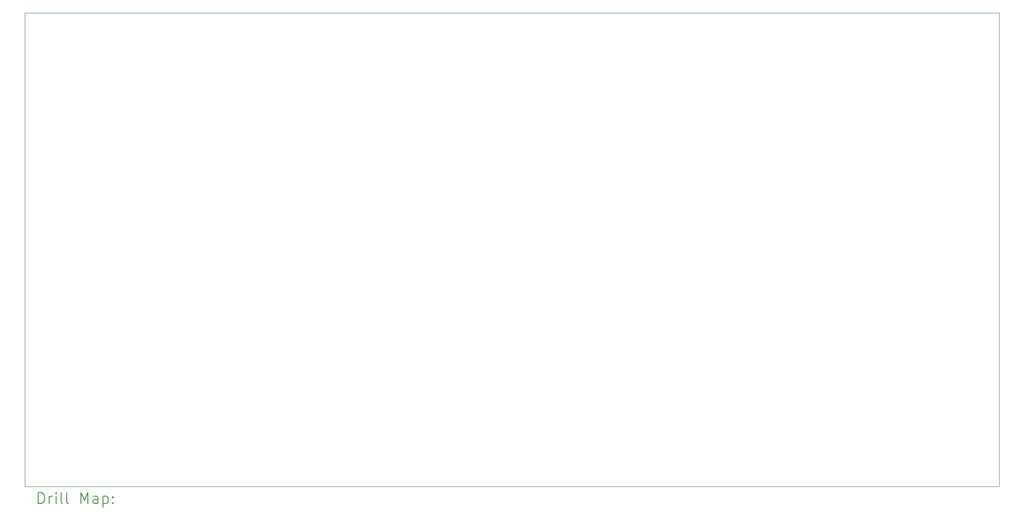
<source format=gbr>
%TF.GenerationSoftware,KiCad,Pcbnew,(6.0.8)*%
%TF.CreationDate,2024-04-13T01:58:22+05:30*%
%TF.ProjectId,Lu_Testing,4c755f54-6573-4746-996e-672e6b696361,rev?*%
%TF.SameCoordinates,Original*%
%TF.FileFunction,Drillmap*%
%TF.FilePolarity,Positive*%
%FSLAX45Y45*%
G04 Gerber Fmt 4.5, Leading zero omitted, Abs format (unit mm)*
G04 Created by KiCad (PCBNEW (6.0.8)) date 2024-04-13 01:58:22*
%MOMM*%
%LPD*%
G01*
G04 APERTURE LIST*
%ADD10C,0.100000*%
%ADD11C,0.200000*%
G04 APERTURE END LIST*
D10*
X25654000Y-1993900D02*
X7708900Y-1993900D01*
X7708900Y-1993900D02*
X7708900Y-10731500D01*
X7708900Y-10731500D02*
X25654000Y-10731500D01*
X25654000Y-10731500D02*
X25654000Y-1993900D01*
D11*
X7961519Y-11046976D02*
X7961519Y-10846976D01*
X8009138Y-10846976D01*
X8037709Y-10856500D01*
X8056757Y-10875548D01*
X8066281Y-10894595D01*
X8075805Y-10932690D01*
X8075805Y-10961262D01*
X8066281Y-10999357D01*
X8056757Y-11018405D01*
X8037709Y-11037452D01*
X8009138Y-11046976D01*
X7961519Y-11046976D01*
X8161519Y-11046976D02*
X8161519Y-10913643D01*
X8161519Y-10951738D02*
X8171043Y-10932690D01*
X8180567Y-10923167D01*
X8199614Y-10913643D01*
X8218662Y-10913643D01*
X8285328Y-11046976D02*
X8285328Y-10913643D01*
X8285328Y-10846976D02*
X8275805Y-10856500D01*
X8285328Y-10866024D01*
X8294852Y-10856500D01*
X8285328Y-10846976D01*
X8285328Y-10866024D01*
X8409138Y-11046976D02*
X8390090Y-11037452D01*
X8380567Y-11018405D01*
X8380567Y-10846976D01*
X8513900Y-11046976D02*
X8494852Y-11037452D01*
X8485329Y-11018405D01*
X8485329Y-10846976D01*
X8742471Y-11046976D02*
X8742471Y-10846976D01*
X8809138Y-10989833D01*
X8875805Y-10846976D01*
X8875805Y-11046976D01*
X9056757Y-11046976D02*
X9056757Y-10942214D01*
X9047233Y-10923167D01*
X9028186Y-10913643D01*
X8990090Y-10913643D01*
X8971043Y-10923167D01*
X9056757Y-11037452D02*
X9037710Y-11046976D01*
X8990090Y-11046976D01*
X8971043Y-11037452D01*
X8961519Y-11018405D01*
X8961519Y-10999357D01*
X8971043Y-10980310D01*
X8990090Y-10970786D01*
X9037710Y-10970786D01*
X9056757Y-10961262D01*
X9151995Y-10913643D02*
X9151995Y-11113643D01*
X9151995Y-10923167D02*
X9171043Y-10913643D01*
X9209138Y-10913643D01*
X9228186Y-10923167D01*
X9237710Y-10932690D01*
X9247233Y-10951738D01*
X9247233Y-11008881D01*
X9237710Y-11027929D01*
X9228186Y-11037452D01*
X9209138Y-11046976D01*
X9171043Y-11046976D01*
X9151995Y-11037452D01*
X9332948Y-11027929D02*
X9342471Y-11037452D01*
X9332948Y-11046976D01*
X9323424Y-11037452D01*
X9332948Y-11027929D01*
X9332948Y-11046976D01*
X9332948Y-10923167D02*
X9342471Y-10932690D01*
X9332948Y-10942214D01*
X9323424Y-10932690D01*
X9332948Y-10923167D01*
X9332948Y-10942214D01*
M02*

</source>
